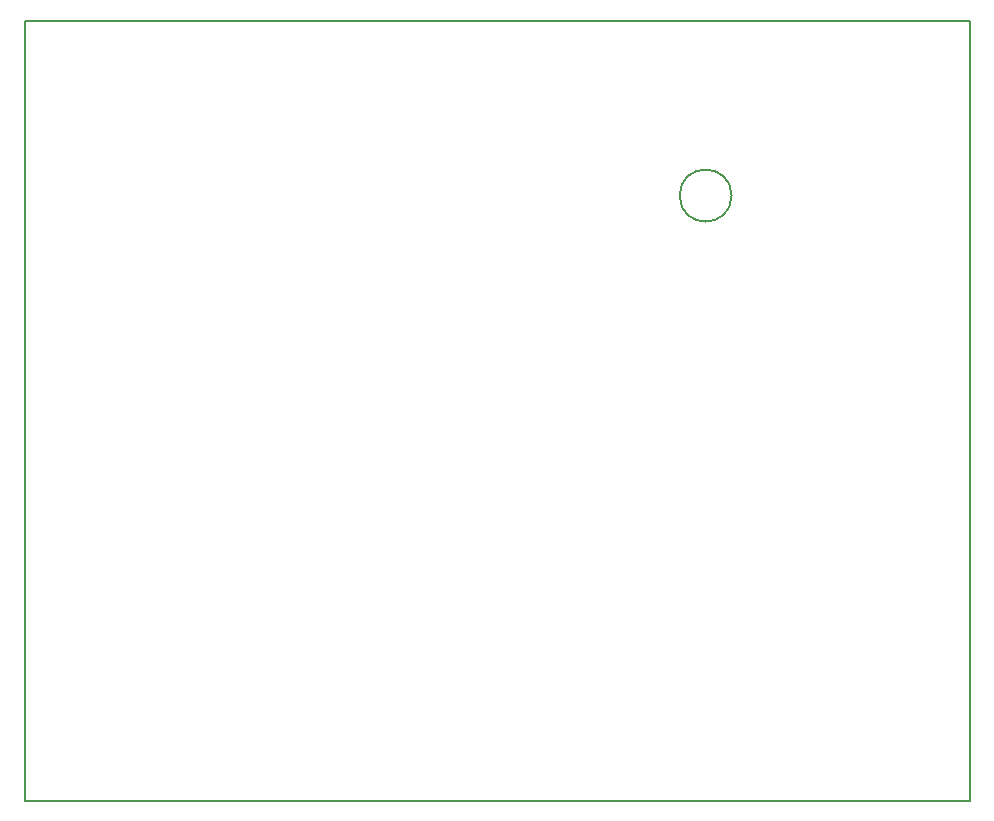
<source format=gbr>
%TF.GenerationSoftware,KiCad,Pcbnew,(5.1.6)-1*%
%TF.CreationDate,2021-01-04T09:58:51-07:00*%
%TF.ProjectId,R107 AC Controller,52313037-2041-4432-9043-6f6e74726f6c,rev?*%
%TF.SameCoordinates,Original*%
%TF.FileFunction,Profile,NP*%
%FSLAX46Y46*%
G04 Gerber Fmt 4.6, Leading zero omitted, Abs format (unit mm)*
G04 Created by KiCad (PCBNEW (5.1.6)-1) date 2021-01-04 09:58:51*
%MOMM*%
%LPD*%
G01*
G04 APERTURE LIST*
%TA.AperFunction,Profile*%
%ADD10C,0.150000*%
%TD*%
G04 APERTURE END LIST*
D10*
X188128000Y-33868000D02*
G75*
G03*
X188128000Y-33868000I-2200000J0D01*
G01*
X128270000Y-85090000D02*
X128270000Y-19050000D01*
X208280000Y-85090000D02*
X128270000Y-85090000D01*
X208280000Y-19050000D02*
X208280000Y-85090000D01*
X128270000Y-19050000D02*
X208280000Y-19050000D01*
M02*

</source>
